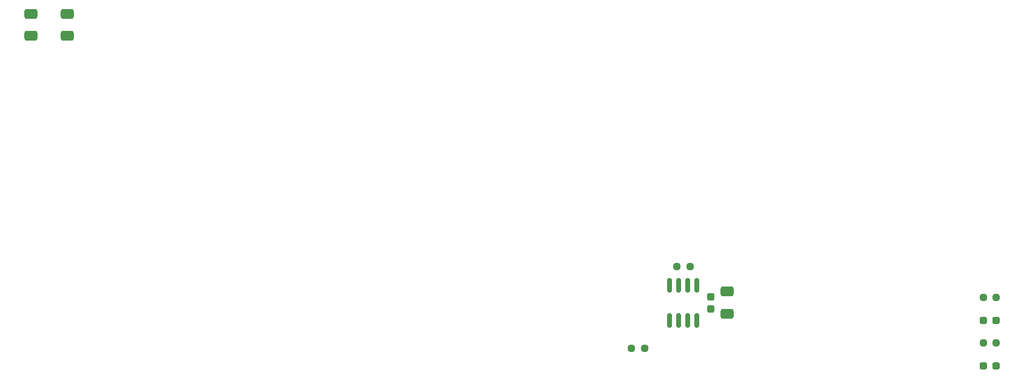
<source format=gtp>
%TF.GenerationSoftware,KiCad,Pcbnew,7.0.7*%
%TF.CreationDate,2023-10-09T15:43:46-04:00*%
%TF.ProjectId,dmxaudio,646d7861-7564-4696-9f2e-6b696361645f,rev?*%
%TF.SameCoordinates,Original*%
%TF.FileFunction,Paste,Top*%
%TF.FilePolarity,Positive*%
%FSLAX46Y46*%
G04 Gerber Fmt 4.6, Leading zero omitted, Abs format (unit mm)*
G04 Created by KiCad (PCBNEW 7.0.7) date 2023-10-09 15:43:46*
%MOMM*%
%LPD*%
G01*
G04 APERTURE LIST*
G04 Aperture macros list*
%AMRoundRect*
0 Rectangle with rounded corners*
0 $1 Rounding radius*
0 $2 $3 $4 $5 $6 $7 $8 $9 X,Y pos of 4 corners*
0 Add a 4 corners polygon primitive as box body*
4,1,4,$2,$3,$4,$5,$6,$7,$8,$9,$2,$3,0*
0 Add four circle primitives for the rounded corners*
1,1,$1+$1,$2,$3*
1,1,$1+$1,$4,$5*
1,1,$1+$1,$6,$7*
1,1,$1+$1,$8,$9*
0 Add four rect primitives between the rounded corners*
20,1,$1+$1,$2,$3,$4,$5,0*
20,1,$1+$1,$4,$5,$6,$7,0*
20,1,$1+$1,$6,$7,$8,$9,0*
20,1,$1+$1,$8,$9,$2,$3,0*%
G04 Aperture macros list end*
%ADD10RoundRect,0.150000X-0.150000X0.825000X-0.150000X-0.825000X0.150000X-0.825000X0.150000X0.825000X0*%
%ADD11RoundRect,0.250000X0.650000X-0.412500X0.650000X0.412500X-0.650000X0.412500X-0.650000X-0.412500X0*%
%ADD12RoundRect,0.237500X-0.287500X-0.237500X0.287500X-0.237500X0.287500X0.237500X-0.287500X0.237500X0*%
%ADD13RoundRect,0.237500X-0.250000X-0.237500X0.250000X-0.237500X0.250000X0.237500X-0.250000X0.237500X0*%
%ADD14RoundRect,0.237500X0.250000X0.237500X-0.250000X0.237500X-0.250000X-0.237500X0.250000X-0.237500X0*%
%ADD15RoundRect,0.237500X0.237500X-0.300000X0.237500X0.300000X-0.237500X0.300000X-0.237500X-0.300000X0*%
G04 APERTURE END LIST*
D10*
%TO.C,U1*%
X169290000Y-106889000D03*
X168020000Y-106889000D03*
X166750000Y-106889000D03*
X165480000Y-106889000D03*
X165480000Y-111839000D03*
X166750000Y-111839000D03*
X168020000Y-111839000D03*
X169290000Y-111839000D03*
%TD*%
D11*
%TO.C,C16*%
X81280000Y-72047500D03*
X81280000Y-68922500D03*
%TD*%
%TO.C,C17*%
X173482000Y-110874000D03*
X173482000Y-107749000D03*
%TD*%
D12*
%TO.C,D2*%
X209310000Y-111760000D03*
X211060000Y-111760000D03*
%TD*%
D13*
%TO.C,R6*%
X209272500Y-114935000D03*
X211097500Y-114935000D03*
%TD*%
D14*
%TO.C,R10*%
X168298500Y-104231500D03*
X166473500Y-104231500D03*
%TD*%
D13*
%TO.C,R7*%
X209272500Y-108585000D03*
X211097500Y-108585000D03*
%TD*%
D15*
%TO.C,C1*%
X171195000Y-110226500D03*
X171195000Y-108501500D03*
%TD*%
D12*
%TO.C,D1*%
X209310000Y-118110000D03*
X211060000Y-118110000D03*
%TD*%
D11*
%TO.C,C18*%
X76200000Y-72047500D03*
X76200000Y-68922500D03*
%TD*%
D14*
%TO.C,R1*%
X161947500Y-115714000D03*
X160122500Y-115714000D03*
%TD*%
M02*

</source>
